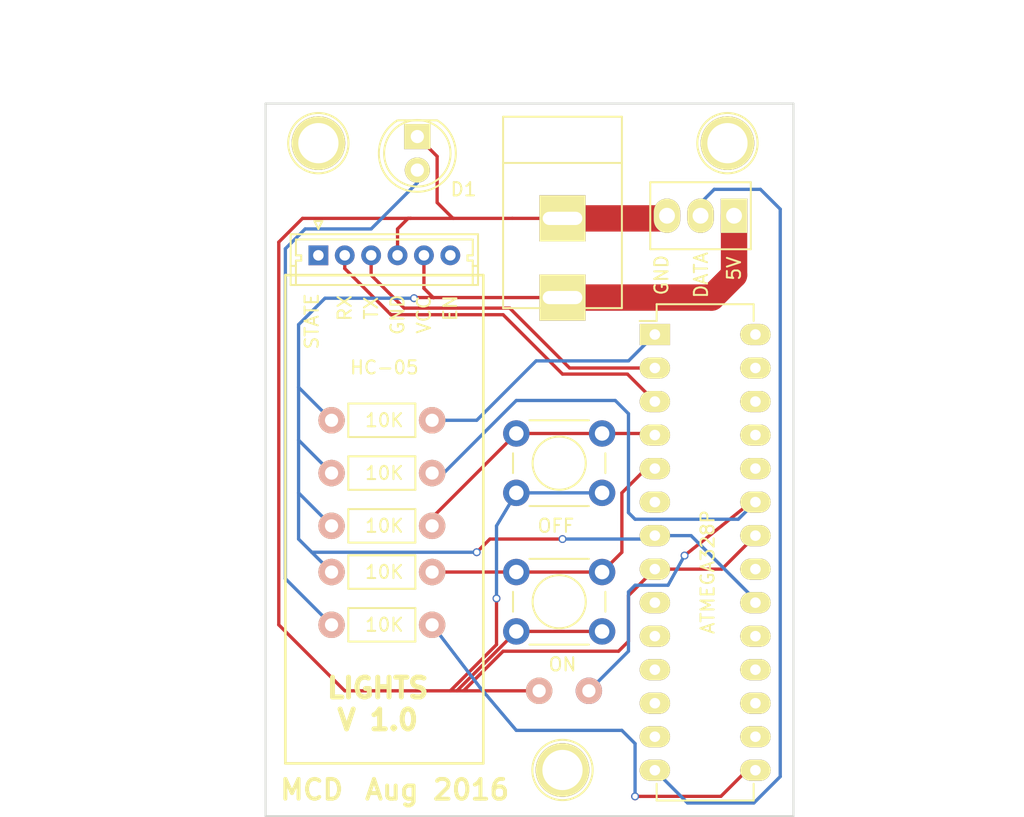
<source format=kicad_pcb>
(kicad_pcb (version 4) (host pcbnew 4.0.2-stable)

  (general
    (links 32)
    (no_connects 0)
    (area 150.424999 37.924999 190.575001 92.075001)
    (thickness 1.6)
    (drawings 20)
    (tracks 135)
    (zones 0)
    (modules 16)
    (nets 30)
  )

  (page A4)
  (layers
    (0 F.Cu signal)
    (31 B.Cu signal)
    (32 B.Adhes user)
    (33 F.Adhes user)
    (34 B.Paste user)
    (35 F.Paste user)
    (36 B.SilkS user)
    (37 F.SilkS user)
    (38 B.Mask user)
    (39 F.Mask user)
    (40 Dwgs.User user)
    (41 Cmts.User user)
    (42 Eco1.User user)
    (43 Eco2.User user)
    (44 Edge.Cuts user)
    (45 Margin user)
    (46 B.CrtYd user)
    (47 F.CrtYd user)
    (48 B.Fab user)
    (49 F.Fab user)
  )

  (setup
    (last_trace_width 0.25)
    (user_trace_width 2)
    (trace_clearance 0.2)
    (zone_clearance 0.508)
    (zone_45_only no)
    (trace_min 0.2)
    (segment_width 0.2)
    (edge_width 0.15)
    (via_size 0.6)
    (via_drill 0.4)
    (via_min_size 0.4)
    (via_min_drill 0.3)
    (uvia_size 0.3)
    (uvia_drill 0.1)
    (uvias_allowed no)
    (uvia_min_size 0.2)
    (uvia_min_drill 0.1)
    (pcb_text_width 0.3)
    (pcb_text_size 1.5 1.5)
    (mod_edge_width 0.15)
    (mod_text_size 1 1)
    (mod_text_width 0.15)
    (pad_size 4.064 4.064)
    (pad_drill 3.048)
    (pad_to_mask_clearance 0.2)
    (aux_axis_origin 0 0)
    (visible_elements 7FFFFFFF)
    (pcbplotparams
      (layerselection 0x00030_80000001)
      (usegerberextensions false)
      (excludeedgelayer true)
      (linewidth 0.100000)
      (plotframeref false)
      (viasonmask false)
      (mode 1)
      (useauxorigin false)
      (hpglpennumber 1)
      (hpglpenspeed 20)
      (hpglpendiameter 15)
      (hpglpenoverlay 2)
      (psnegative false)
      (psa4output false)
      (plotreference true)
      (plotvalue true)
      (plotinvisibletext false)
      (padsonsilk false)
      (subtractmaskfromsilk false)
      (outputformat 1)
      (mirror false)
      (drillshape 1)
      (scaleselection 1)
      (outputdirectory ""))
  )

  (net 0 "")
  (net 1 +5V)
  (net 2 GND)
  (net 3 "Net-(D1-Pad2)")
  (net 4 "Net-(IC1-Pad1)")
  (net 5 "Net-(IC1-Pad2)")
  (net 6 "Net-(IC1-Pad3)")
  (net 7 "Net-(IC1-Pad4)")
  (net 8 "Net-(IC1-Pad5)")
  (net 9 "Net-(IC1-Pad6)")
  (net 10 "Net-(IC1-Pad9)")
  (net 11 "Net-(IC1-Pad10)")
  (net 12 "Net-(IC1-Pad11)")
  (net 13 "Net-(IC1-Pad12)")
  (net 14 "Net-(IC1-Pad13)")
  (net 15 "Net-(IC1-Pad14)")
  (net 16 "Net-(IC1-Pad15)")
  (net 17 "Net-(IC1-Pad16)")
  (net 18 "Net-(IC1-Pad17)")
  (net 19 "Net-(IC1-Pad18)")
  (net 20 "Net-(IC1-Pad19)")
  (net 21 "Net-(IC1-Pad21)")
  (net 22 "Net-(IC1-Pad23)")
  (net 23 "Net-(IC1-Pad24)")
  (net 24 "Net-(IC1-Pad25)")
  (net 25 "Net-(IC1-Pad26)")
  (net 26 "Net-(IC1-Pad27)")
  (net 27 "Net-(IC1-Pad28)")
  (net 28 "Net-(P1-Pad1)")
  (net 29 "Net-(P1-Pad6)")

  (net_class Default "This is the default net class."
    (clearance 0.2)
    (trace_width 0.25)
    (via_dia 0.6)
    (via_drill 0.4)
    (uvia_dia 0.3)
    (uvia_drill 0.1)
    (add_net +5V)
    (add_net GND)
    (add_net "Net-(D1-Pad2)")
    (add_net "Net-(IC1-Pad1)")
    (add_net "Net-(IC1-Pad10)")
    (add_net "Net-(IC1-Pad11)")
    (add_net "Net-(IC1-Pad12)")
    (add_net "Net-(IC1-Pad13)")
    (add_net "Net-(IC1-Pad14)")
    (add_net "Net-(IC1-Pad15)")
    (add_net "Net-(IC1-Pad16)")
    (add_net "Net-(IC1-Pad17)")
    (add_net "Net-(IC1-Pad18)")
    (add_net "Net-(IC1-Pad19)")
    (add_net "Net-(IC1-Pad2)")
    (add_net "Net-(IC1-Pad21)")
    (add_net "Net-(IC1-Pad23)")
    (add_net "Net-(IC1-Pad24)")
    (add_net "Net-(IC1-Pad25)")
    (add_net "Net-(IC1-Pad26)")
    (add_net "Net-(IC1-Pad27)")
    (add_net "Net-(IC1-Pad28)")
    (add_net "Net-(IC1-Pad3)")
    (add_net "Net-(IC1-Pad4)")
    (add_net "Net-(IC1-Pad5)")
    (add_net "Net-(IC1-Pad6)")
    (add_net "Net-(IC1-Pad9)")
    (add_net "Net-(P1-Pad1)")
    (add_net "Net-(P1-Pad6)")
  )

  (module Connect:BARREL_JACK (layer F.Cu) (tedit 57C0A5A0) (tstamp 57BF7F28)
    (at 173 46.5 270)
    (descr "DC Barrel Jack")
    (tags "Power Jack")
    (path /57BFA465)
    (fp_text reference "" (at -6 0 360) (layer F.SilkS)
      (effects (font (size 1 1) (thickness 0.15)))
    )
    (fp_text value BARREL_JACK (at -12.5 0 360) (layer F.Fab)
      (effects (font (size 1 1) (thickness 0.15)))
    )
    (fp_line (start -4.0005 -4.50088) (end -4.0005 4.50088) (layer F.SilkS) (width 0.15))
    (fp_line (start -7.50062 -4.50088) (end -7.50062 4.50088) (layer F.SilkS) (width 0.15))
    (fp_line (start -7.50062 4.50088) (end 7.00024 4.50088) (layer F.SilkS) (width 0.15))
    (fp_line (start 7.00024 4.50088) (end 7.00024 -4.50088) (layer F.SilkS) (width 0.15))
    (fp_line (start 7.00024 -4.50088) (end -7.50062 -4.50088) (layer F.SilkS) (width 0.15))
    (pad 1 thru_hole rect (at 6.20014 0 270) (size 3.50012 3.50012) (drill oval 1.00076 2.99974) (layers *.Cu *.Mask F.SilkS)
      (net 1 +5V))
    (pad 2 thru_hole rect (at 0.20066 0 270) (size 3.50012 3.50012) (drill oval 1.00076 2.99974) (layers *.Cu *.Mask F.SilkS)
      (net 2 GND))
  )

  (module Buttons_Switches_ThroughHole:SW_PUSH_6mm (layer F.Cu) (tedit 57C0EDB1) (tstamp 57BF7F93)
    (at 169.5 73.5)
    (descr https://www.omron.com/ecb/products/pdf/en-b3f.pdf)
    (tags "tact sw push 6mm")
    (path /57BE3C2D)
    (fp_text reference ON (at 3.5 7) (layer F.SilkS)
      (effects (font (size 1 1) (thickness 0.15)))
    )
    (fp_text value Switch_Right (at 31 13.75) (layer F.Fab)
      (effects (font (size 1 1) (thickness 0.15)))
    )
    (fp_line (start 3.25 -0.75) (end 6.25 -0.75) (layer F.Fab) (width 0.15))
    (fp_line (start 6.25 -0.75) (end 6.25 5.25) (layer F.Fab) (width 0.15))
    (fp_line (start 6.25 5.25) (end 0.25 5.25) (layer F.Fab) (width 0.15))
    (fp_line (start 0.25 5.25) (end 0.25 -0.75) (layer F.Fab) (width 0.15))
    (fp_line (start 0.25 -0.75) (end 3.25 -0.75) (layer F.Fab) (width 0.15))
    (fp_line (start 7.75 6) (end 8 6) (layer F.CrtYd) (width 0.05))
    (fp_line (start 8 6) (end 8 5.75) (layer F.CrtYd) (width 0.05))
    (fp_line (start 7.75 -1.5) (end 8 -1.5) (layer F.CrtYd) (width 0.05))
    (fp_line (start 8 -1.5) (end 8 -1.25) (layer F.CrtYd) (width 0.05))
    (fp_line (start -1.5 -1.25) (end -1.5 -1.5) (layer F.CrtYd) (width 0.05))
    (fp_line (start -1.5 -1.5) (end -1.25 -1.5) (layer F.CrtYd) (width 0.05))
    (fp_line (start -1.5 5.75) (end -1.5 6) (layer F.CrtYd) (width 0.05))
    (fp_line (start -1.5 6) (end -1.25 6) (layer F.CrtYd) (width 0.05))
    (fp_circle (center 3.25 2.25) (end 1.25 2.5) (layer F.SilkS) (width 0.15))
    (fp_line (start -1.25 -1.5) (end 7.75 -1.5) (layer F.CrtYd) (width 0.05))
    (fp_line (start -1.5 5.75) (end -1.5 -1.25) (layer F.CrtYd) (width 0.05))
    (fp_line (start 7.75 6) (end -1.25 6) (layer F.CrtYd) (width 0.05))
    (fp_line (start 8 -1.25) (end 8 5.75) (layer F.CrtYd) (width 0.05))
    (fp_line (start 1 5.5) (end 5.5 5.5) (layer F.SilkS) (width 0.15))
    (fp_line (start -0.25 1.5) (end -0.25 3) (layer F.SilkS) (width 0.15))
    (fp_line (start 5.5 -1) (end 1 -1) (layer F.SilkS) (width 0.15))
    (fp_line (start 6.75 3) (end 6.75 1.5) (layer F.SilkS) (width 0.15))
    (pad 2 thru_hole circle (at 0 4.5 90) (size 2 2) (drill 1.1) (layers *.Cu *.Mask)
      (net 2 GND))
    (pad 1 thru_hole circle (at 0 0 90) (size 2 2) (drill 1.1) (layers *.Cu *.Mask)
      (net 8 "Net-(IC1-Pad5)"))
    (pad 2 thru_hole circle (at 6.5 4.5 90) (size 2 2) (drill 1.1) (layers *.Cu *.Mask)
      (net 2 GND))
    (pad 1 thru_hole circle (at 6.5 0 90) (size 2 2) (drill 1.1) (layers *.Cu *.Mask)
      (net 8 "Net-(IC1-Pad5)"))
  )

  (module Housings_DIP:DIP-28_W7.62mm_LongPads (layer F.Cu) (tedit 57C07F1B) (tstamp 57BF7F4E)
    (at 180 55.5)
    (descr "28-lead dip package, row spacing 7.62 mm (300 mils), longer pads")
    (tags "dil dip 2.54 300")
    (path /57BBC539)
    (fp_text reference ATMEGA328P (at 4 18 90) (layer F.SilkS)
      (effects (font (size 1 1) (thickness 0.15)))
    )
    (fp_text value ATMEGA328-P (at 21.5 13.5 180) (layer F.Fab)
      (effects (font (size 1 1) (thickness 0.15)))
    )
    (fp_line (start -1.4 -2.45) (end -1.4 35.5) (layer F.CrtYd) (width 0.05))
    (fp_line (start 9 -2.45) (end 9 35.5) (layer F.CrtYd) (width 0.05))
    (fp_line (start -1.4 -2.45) (end 9 -2.45) (layer F.CrtYd) (width 0.05))
    (fp_line (start -1.4 35.5) (end 9 35.5) (layer F.CrtYd) (width 0.05))
    (fp_line (start 0.135 -2.295) (end 0.135 -1.025) (layer F.SilkS) (width 0.15))
    (fp_line (start 7.485 -2.295) (end 7.485 -1.025) (layer F.SilkS) (width 0.15))
    (fp_line (start 7.485 35.315) (end 7.485 34.045) (layer F.SilkS) (width 0.15))
    (fp_line (start 0.135 35.315) (end 0.135 34.045) (layer F.SilkS) (width 0.15))
    (fp_line (start 0.135 -2.295) (end 7.485 -2.295) (layer F.SilkS) (width 0.15))
    (fp_line (start 0.135 35.315) (end 7.485 35.315) (layer F.SilkS) (width 0.15))
    (fp_line (start 0.135 -1.025) (end -1.15 -1.025) (layer F.SilkS) (width 0.15))
    (pad 1 thru_hole rect (at 0 0) (size 2.3 1.6) (drill 0.8) (layers *.Cu *.Mask F.SilkS)
      (net 4 "Net-(IC1-Pad1)"))
    (pad 2 thru_hole oval (at 0 2.54) (size 2.3 1.6) (drill 0.8) (layers *.Cu *.Mask F.SilkS)
      (net 5 "Net-(IC1-Pad2)"))
    (pad 3 thru_hole oval (at 0 5.08) (size 2.3 1.6) (drill 0.8) (layers *.Cu *.Mask F.SilkS)
      (net 6 "Net-(IC1-Pad3)"))
    (pad 4 thru_hole oval (at 0 7.62) (size 2.3 1.6) (drill 0.8) (layers *.Cu *.Mask F.SilkS)
      (net 7 "Net-(IC1-Pad4)"))
    (pad 5 thru_hole oval (at 0 10.16) (size 2.3 1.6) (drill 0.8) (layers *.Cu *.Mask F.SilkS)
      (net 8 "Net-(IC1-Pad5)"))
    (pad 6 thru_hole oval (at 0 12.7) (size 2.3 1.6) (drill 0.8) (layers *.Cu *.Mask F.SilkS)
      (net 9 "Net-(IC1-Pad6)"))
    (pad 7 thru_hole oval (at 0 15.24) (size 2.3 1.6) (drill 0.8) (layers *.Cu *.Mask F.SilkS)
      (net 1 +5V))
    (pad 8 thru_hole oval (at 0 17.78) (size 2.3 1.6) (drill 0.8) (layers *.Cu *.Mask F.SilkS)
      (net 2 GND))
    (pad 9 thru_hole oval (at 0 20.32) (size 2.3 1.6) (drill 0.8) (layers *.Cu *.Mask F.SilkS)
      (net 10 "Net-(IC1-Pad9)"))
    (pad 10 thru_hole oval (at 0 22.86) (size 2.3 1.6) (drill 0.8) (layers *.Cu *.Mask F.SilkS)
      (net 11 "Net-(IC1-Pad10)"))
    (pad 11 thru_hole oval (at 0 25.4) (size 2.3 1.6) (drill 0.8) (layers *.Cu *.Mask F.SilkS)
      (net 12 "Net-(IC1-Pad11)"))
    (pad 12 thru_hole oval (at 0 27.94) (size 2.3 1.6) (drill 0.8) (layers *.Cu *.Mask F.SilkS)
      (net 13 "Net-(IC1-Pad12)"))
    (pad 13 thru_hole oval (at 0 30.48) (size 2.3 1.6) (drill 0.8) (layers *.Cu *.Mask F.SilkS)
      (net 14 "Net-(IC1-Pad13)"))
    (pad 14 thru_hole oval (at 0 33.02) (size 2.3 1.6) (drill 0.8) (layers *.Cu *.Mask F.SilkS)
      (net 15 "Net-(IC1-Pad14)"))
    (pad 15 thru_hole oval (at 7.62 33.02) (size 2.3 1.6) (drill 0.8) (layers *.Cu *.Mask F.SilkS)
      (net 16 "Net-(IC1-Pad15)"))
    (pad 16 thru_hole oval (at 7.62 30.48) (size 2.3 1.6) (drill 0.8) (layers *.Cu *.Mask F.SilkS)
      (net 17 "Net-(IC1-Pad16)"))
    (pad 17 thru_hole oval (at 7.62 27.94) (size 2.3 1.6) (drill 0.8) (layers *.Cu *.Mask F.SilkS)
      (net 18 "Net-(IC1-Pad17)"))
    (pad 18 thru_hole oval (at 7.62 25.4) (size 2.3 1.6) (drill 0.8) (layers *.Cu *.Mask F.SilkS)
      (net 19 "Net-(IC1-Pad18)"))
    (pad 19 thru_hole oval (at 7.62 22.86) (size 2.3 1.6) (drill 0.8) (layers *.Cu *.Mask F.SilkS)
      (net 20 "Net-(IC1-Pad19)"))
    (pad 20 thru_hole oval (at 7.62 20.32) (size 2.3 1.6) (drill 0.8) (layers *.Cu *.Mask F.SilkS)
      (net 1 +5V))
    (pad 21 thru_hole oval (at 7.62 17.78) (size 2.3 1.6) (drill 0.8) (layers *.Cu *.Mask F.SilkS)
      (net 21 "Net-(IC1-Pad21)"))
    (pad 22 thru_hole oval (at 7.62 15.24) (size 2.3 1.6) (drill 0.8) (layers *.Cu *.Mask F.SilkS)
      (net 2 GND))
    (pad 23 thru_hole oval (at 7.62 12.7) (size 2.3 1.6) (drill 0.8) (layers *.Cu *.Mask F.SilkS)
      (net 22 "Net-(IC1-Pad23)"))
    (pad 24 thru_hole oval (at 7.62 10.16) (size 2.3 1.6) (drill 0.8) (layers *.Cu *.Mask F.SilkS)
      (net 23 "Net-(IC1-Pad24)"))
    (pad 25 thru_hole oval (at 7.62 7.62) (size 2.3 1.6) (drill 0.8) (layers *.Cu *.Mask F.SilkS)
      (net 24 "Net-(IC1-Pad25)"))
    (pad 26 thru_hole oval (at 7.62 5.08) (size 2.3 1.6) (drill 0.8) (layers *.Cu *.Mask F.SilkS)
      (net 25 "Net-(IC1-Pad26)"))
    (pad 27 thru_hole oval (at 7.62 2.54) (size 2.3 1.6) (drill 0.8) (layers *.Cu *.Mask F.SilkS)
      (net 26 "Net-(IC1-Pad27)"))
    (pad 28 thru_hole oval (at 7.62 0) (size 2.3 1.6) (drill 0.8) (layers *.Cu *.Mask F.SilkS)
      (net 27 "Net-(IC1-Pad28)"))
    (model Housings_DIP.3dshapes/DIP-28_W7.62mm_LongPads.wrl
      (at (xyz 0 0 0))
      (scale (xyz 1 1 1))
      (rotate (xyz 0 0 0))
    )
  )

  (module Connectors_Molex:Molex_MicroLatch-53253-0670_06x2.00mm_Straight (layer F.Cu) (tedit 57C0EDA5) (tstamp 57BF7F58)
    (at 154.5 49.5)
    (descr "Molex Micro-Latch connector, PN:53253-0670, top entry type, through hole")
    (tags "conn molex micro latch")
    (path /57BCBB7E)
    (fp_text reference HC-05 (at 5 8.5) (layer F.SilkS)
      (effects (font (size 1 1) (thickness 0.15)))
    )
    (fp_text value HC-05_Female_Headers (at 4.25 -14.75) (layer F.Fab)
      (effects (font (size 1 1) (thickness 0.15)))
    )
    (fp_line (start -2.6 -2.1) (end -2.6 2.75) (layer F.CrtYd) (width 0.05))
    (fp_line (start -2.6 2.75) (end 12.55 2.75) (layer F.CrtYd) (width 0.05))
    (fp_line (start 12.55 2.75) (end 12.55 -2.1) (layer F.CrtYd) (width 0.05))
    (fp_line (start 12.55 -2.1) (end -2.6 -2.1) (layer F.CrtYd) (width 0.05))
    (fp_line (start -2.1 -1.6) (end -2.1 2.25) (layer F.SilkS) (width 0.15))
    (fp_line (start -2.1 2.25) (end 12.1 2.25) (layer F.SilkS) (width 0.15))
    (fp_line (start 12.1 2.25) (end 12.1 -1.6) (layer F.SilkS) (width 0.15))
    (fp_line (start 12.1 -1.6) (end -2.1 -1.6) (layer F.SilkS) (width 0.15))
    (fp_line (start 0 -2) (end -0.3 -2.6) (layer F.SilkS) (width 0.15))
    (fp_line (start -0.3 -2.6) (end 0.3 -2.6) (layer F.SilkS) (width 0.15))
    (fp_line (start 0.3 -2.6) (end 0 -2) (layer F.SilkS) (width 0.15))
    (fp_line (start -2.1 0.8) (end -1.7 0.8) (layer F.SilkS) (width 0.15))
    (fp_line (start 12.1 0.8) (end 11.7 0.8) (layer F.SilkS) (width 0.15))
    (fp_line (start 5 -1.2) (end -1.7 -1.2) (layer F.SilkS) (width 0.15))
    (fp_line (start -1.7 -1.2) (end -1.7 0) (layer F.SilkS) (width 0.15))
    (fp_line (start -1.7 0) (end -1.3 0) (layer F.SilkS) (width 0.15))
    (fp_line (start -1.3 0) (end -1.3 0.4) (layer F.SilkS) (width 0.15))
    (fp_line (start -1.3 0.4) (end -1.7 0.4) (layer F.SilkS) (width 0.15))
    (fp_line (start -1.7 0.4) (end -1.7 2.25) (layer F.SilkS) (width 0.15))
    (fp_line (start 5 -1.2) (end 11.7 -1.2) (layer F.SilkS) (width 0.15))
    (fp_line (start 11.7 -1.2) (end 11.7 0) (layer F.SilkS) (width 0.15))
    (fp_line (start 11.7 0) (end 11.3 0) (layer F.SilkS) (width 0.15))
    (fp_line (start 11.3 0) (end 11.3 0.4) (layer F.SilkS) (width 0.15))
    (fp_line (start 11.3 0.4) (end 11.7 0.4) (layer F.SilkS) (width 0.15))
    (fp_line (start 11.7 0.4) (end 11.7 2.25) (layer F.SilkS) (width 0.15))
    (pad 1 thru_hole rect (at 0 0) (size 1.5 1.5) (drill 0.8) (layers *.Cu *.Mask)
      (net 28 "Net-(P1-Pad1)"))
    (pad 2 thru_hole circle (at 2 0) (size 1.5 1.5) (drill 0.8) (layers *.Cu *.Mask)
      (net 6 "Net-(IC1-Pad3)"))
    (pad 3 thru_hole circle (at 4 0) (size 1.5 1.5) (drill 0.8) (layers *.Cu *.Mask)
      (net 5 "Net-(IC1-Pad2)"))
    (pad 4 thru_hole circle (at 6 0) (size 1.5 1.5) (drill 0.8) (layers *.Cu *.Mask)
      (net 2 GND))
    (pad 5 thru_hole circle (at 8 0) (size 1.5 1.5) (drill 0.8) (layers *.Cu *.Mask)
      (net 1 +5V))
    (pad 6 thru_hole circle (at 10 0) (size 1.5 1.5) (drill 0.8) (layers *.Cu *.Mask)
      (net 29 "Net-(P1-Pad6)"))
    (model Connectors_Molex.3dshapes/Molex_MicroLatch-53253-0670_06x2.00mm_Straight.wrl
      (at (xyz 0 0 0))
      (scale (xyz 1 1 1))
      (rotate (xyz 0 0 0))
    )
  )

  (module LEDs:LED-5MM (layer F.Cu) (tedit 57C0A10A) (tstamp 57BF7F2E)
    (at 162 40.5 270)
    (descr "LED 5mm round vertical")
    (tags "LED 5mm round vertical")
    (path /57BF8896)
    (fp_text reference D1 (at 4 -3.5 360) (layer F.SilkS)
      (effects (font (size 1 1) (thickness 0.15)))
    )
    (fp_text value LED (at -9.5 0 360) (layer F.Fab)
      (effects (font (size 1 1) (thickness 0.15)))
    )
    (fp_line (start -1.5 -1.55) (end -1.5 1.55) (layer F.CrtYd) (width 0.05))
    (fp_arc (start 1.3 0) (end -1.5 1.55) (angle -302) (layer F.CrtYd) (width 0.05))
    (fp_arc (start 1.27 0) (end -1.23 -1.5) (angle 297.5) (layer F.SilkS) (width 0.15))
    (fp_line (start -1.23 1.5) (end -1.23 -1.5) (layer F.SilkS) (width 0.15))
    (fp_circle (center 1.27 0) (end 0.97 -2.5) (layer F.SilkS) (width 0.15))
    (fp_text user "" (at -1.905 1.905 270) (layer F.SilkS)
      (effects (font (size 1 1) (thickness 0.15)))
    )
    (pad 1 thru_hole rect (at 0 0) (size 2 1.9) (drill 1.00076) (layers *.Cu *.Mask F.SilkS)
      (net 2 GND))
    (pad 2 thru_hole circle (at 2.54 0 270) (size 1.9 1.9) (drill 1.00076) (layers *.Cu *.Mask F.SilkS)
      (net 3 "Net-(D1-Pad2)"))
    (model LEDs.3dshapes/LED-5MM.wrl
      (at (xyz 0.05 0 0))
      (scale (xyz 1 1 1))
      (rotate (xyz 0 0 90))
    )
  )

  (module Resistors_ThroughHole:Resistor_Horizontal_RM7mm (layer F.Cu) (tedit 57BFA7B6) (tstamp 57BF7F65)
    (at 155.5 66)
    (descr "Resistor, Axial,  RM 7.62mm, 1/3W,")
    (tags "Resistor Axial RM 7.62mm 1/3W R3")
    (path /57BBC656)
    (fp_text reference 10K (at 4 0) (layer F.SilkS)
      (effects (font (size 1 1) (thickness 0.15)))
    )
    (fp_text value 10k (at -11 -0.5) (layer F.Fab)
      (effects (font (size 1 1) (thickness 0.15)))
    )
    (fp_line (start -1.25 -1.5) (end 8.85 -1.5) (layer F.CrtYd) (width 0.05))
    (fp_line (start -1.25 1.5) (end -1.25 -1.5) (layer F.CrtYd) (width 0.05))
    (fp_line (start 8.85 -1.5) (end 8.85 1.5) (layer F.CrtYd) (width 0.05))
    (fp_line (start -1.25 1.5) (end 8.85 1.5) (layer F.CrtYd) (width 0.05))
    (fp_line (start 1.27 -1.27) (end 6.35 -1.27) (layer F.SilkS) (width 0.15))
    (fp_line (start 6.35 -1.27) (end 6.35 1.27) (layer F.SilkS) (width 0.15))
    (fp_line (start 6.35 1.27) (end 1.27 1.27) (layer F.SilkS) (width 0.15))
    (fp_line (start 1.27 1.27) (end 1.27 -1.27) (layer F.SilkS) (width 0.15))
    (pad 1 thru_hole circle (at 0 0) (size 1.99898 1.99898) (drill 1.00076) (layers *.Cu *.SilkS *.Mask)
      (net 1 +5V))
    (pad 2 thru_hole circle (at 7.62 0) (size 1.99898 1.99898) (drill 1.00076) (layers *.Cu *.SilkS *.Mask)
      (net 22 "Net-(IC1-Pad23)"))
  )

  (module Resistors_ThroughHole:Resistor_Horizontal_RM7mm (layer F.Cu) (tedit 57BFA7B4) (tstamp 57BF7F71)
    (at 155.5 62)
    (descr "Resistor, Axial,  RM 7.62mm, 1/3W,")
    (tags "Resistor Axial RM 7.62mm 1/3W R3")
    (path /57BBD0AC)
    (fp_text reference 10K (at 4 0) (layer F.SilkS)
      (effects (font (size 1 1) (thickness 0.15)))
    )
    (fp_text value 10k (at -11 -0.5) (layer F.Fab)
      (effects (font (size 1 1) (thickness 0.15)))
    )
    (fp_line (start -1.25 -1.5) (end 8.85 -1.5) (layer F.CrtYd) (width 0.05))
    (fp_line (start -1.25 1.5) (end -1.25 -1.5) (layer F.CrtYd) (width 0.05))
    (fp_line (start 8.85 -1.5) (end 8.85 1.5) (layer F.CrtYd) (width 0.05))
    (fp_line (start -1.25 1.5) (end 8.85 1.5) (layer F.CrtYd) (width 0.05))
    (fp_line (start 1.27 -1.27) (end 6.35 -1.27) (layer F.SilkS) (width 0.15))
    (fp_line (start 6.35 -1.27) (end 6.35 1.27) (layer F.SilkS) (width 0.15))
    (fp_line (start 6.35 1.27) (end 1.27 1.27) (layer F.SilkS) (width 0.15))
    (fp_line (start 1.27 1.27) (end 1.27 -1.27) (layer F.SilkS) (width 0.15))
    (pad 1 thru_hole circle (at 0 0) (size 1.99898 1.99898) (drill 1.00076) (layers *.Cu *.SilkS *.Mask)
      (net 1 +5V))
    (pad 2 thru_hole circle (at 7.62 0) (size 1.99898 1.99898) (drill 1.00076) (layers *.Cu *.SilkS *.Mask)
      (net 4 "Net-(IC1-Pad1)"))
  )

  (module Resistors_ThroughHole:Resistor_Horizontal_RM7mm (layer F.Cu) (tedit 57BFA7B8) (tstamp 57BF7F77)
    (at 155.5 70)
    (descr "Resistor, Axial,  RM 7.62mm, 1/3W,")
    (tags "Resistor Axial RM 7.62mm 1/3W R3")
    (path /57BE3D5E)
    (fp_text reference 10K (at 4 0) (layer F.SilkS)
      (effects (font (size 1 1) (thickness 0.15)))
    )
    (fp_text value 10k (at -11 -0.5) (layer F.Fab)
      (effects (font (size 1 1) (thickness 0.15)))
    )
    (fp_line (start -1.25 -1.5) (end 8.85 -1.5) (layer F.CrtYd) (width 0.05))
    (fp_line (start -1.25 1.5) (end -1.25 -1.5) (layer F.CrtYd) (width 0.05))
    (fp_line (start 8.85 -1.5) (end 8.85 1.5) (layer F.CrtYd) (width 0.05))
    (fp_line (start -1.25 1.5) (end 8.85 1.5) (layer F.CrtYd) (width 0.05))
    (fp_line (start 1.27 -1.27) (end 6.35 -1.27) (layer F.SilkS) (width 0.15))
    (fp_line (start 6.35 -1.27) (end 6.35 1.27) (layer F.SilkS) (width 0.15))
    (fp_line (start 6.35 1.27) (end 1.27 1.27) (layer F.SilkS) (width 0.15))
    (fp_line (start 1.27 1.27) (end 1.27 -1.27) (layer F.SilkS) (width 0.15))
    (pad 1 thru_hole circle (at 0 0) (size 1.99898 1.99898) (drill 1.00076) (layers *.Cu *.SilkS *.Mask)
      (net 1 +5V))
    (pad 2 thru_hole circle (at 7.62 0) (size 1.99898 1.99898) (drill 1.00076) (layers *.Cu *.SilkS *.Mask)
      (net 7 "Net-(IC1-Pad4)"))
  )

  (module Resistors_ThroughHole:Resistor_Horizontal_RM7mm (layer F.Cu) (tedit 57BFA7BC) (tstamp 57BF7F7D)
    (at 155.5 73.5)
    (descr "Resistor, Axial,  RM 7.62mm, 1/3W,")
    (tags "Resistor Axial RM 7.62mm 1/3W R3")
    (path /57BE3DB5)
    (fp_text reference 10K (at 4 0) (layer F.SilkS)
      (effects (font (size 1 1) (thickness 0.15)))
    )
    (fp_text value 10k (at -11 -0.5) (layer F.Fab)
      (effects (font (size 1 1) (thickness 0.15)))
    )
    (fp_line (start -1.25 -1.5) (end 8.85 -1.5) (layer F.CrtYd) (width 0.05))
    (fp_line (start -1.25 1.5) (end -1.25 -1.5) (layer F.CrtYd) (width 0.05))
    (fp_line (start 8.85 -1.5) (end 8.85 1.5) (layer F.CrtYd) (width 0.05))
    (fp_line (start -1.25 1.5) (end 8.85 1.5) (layer F.CrtYd) (width 0.05))
    (fp_line (start 1.27 -1.27) (end 6.35 -1.27) (layer F.SilkS) (width 0.15))
    (fp_line (start 6.35 -1.27) (end 6.35 1.27) (layer F.SilkS) (width 0.15))
    (fp_line (start 6.35 1.27) (end 1.27 1.27) (layer F.SilkS) (width 0.15))
    (fp_line (start 1.27 1.27) (end 1.27 -1.27) (layer F.SilkS) (width 0.15))
    (pad 1 thru_hole circle (at 0 0) (size 1.99898 1.99898) (drill 1.00076) (layers *.Cu *.SilkS *.Mask)
      (net 1 +5V))
    (pad 2 thru_hole circle (at 7.62 0) (size 1.99898 1.99898) (drill 1.00076) (layers *.Cu *.SilkS *.Mask)
      (net 8 "Net-(IC1-Pad5)"))
  )

  (module Resistors_ThroughHole:Resistor_Horizontal_RM7mm (layer F.Cu) (tedit 57C0E7D8) (tstamp 57BF7F83)
    (at 155.5 77.5)
    (descr "Resistor, Axial,  RM 7.62mm, 1/3W,")
    (tags "Resistor Axial RM 7.62mm 1/3W R3")
    (path /57BF8997)
    (fp_text reference 10K (at 4 0) (layer F.SilkS)
      (effects (font (size 1 1) (thickness 0.15)))
    )
    (fp_text value 10k (at -11 0.5) (layer F.Fab)
      (effects (font (size 1 1) (thickness 0.15)))
    )
    (fp_line (start -1.25 -1.5) (end 8.85 -1.5) (layer F.CrtYd) (width 0.05))
    (fp_line (start -1.25 1.5) (end -1.25 -1.5) (layer F.CrtYd) (width 0.05))
    (fp_line (start 8.85 -1.5) (end 8.85 1.5) (layer F.CrtYd) (width 0.05))
    (fp_line (start -1.25 1.5) (end 8.85 1.5) (layer F.CrtYd) (width 0.05))
    (fp_line (start 1.27 -1.27) (end 6.35 -1.27) (layer F.SilkS) (width 0.15))
    (fp_line (start 6.35 -1.27) (end 6.35 1.27) (layer F.SilkS) (width 0.15))
    (fp_line (start 6.35 1.27) (end 1.27 1.27) (layer F.SilkS) (width 0.15))
    (fp_line (start 1.27 1.27) (end 1.27 -1.27) (layer F.SilkS) (width 0.15))
    (pad 1 thru_hole circle (at 0 0) (size 1.99898 1.99898) (drill 1.00076) (layers *.Cu *.SilkS *.Mask)
      (net 3 "Net-(D1-Pad2)"))
    (pad 2 thru_hole circle (at 7.62 0) (size 1.99898 1.99898) (drill 1.00076) (layers *.Cu *.SilkS *.Mask)
      (net 16 "Net-(IC1-Pad15)"))
  )

  (module Buttons_Switches_ThroughHole:SW_PUSH_6mm (layer F.Cu) (tedit 57C0EDAF) (tstamp 57BF7F8B)
    (at 169.5 63)
    (descr https://www.omron.com/ecb/products/pdf/en-b3f.pdf)
    (tags "tact sw push 6mm")
    (path /57BE3B8F)
    (fp_text reference OFF (at 3 7) (layer F.SilkS)
      (effects (font (size 1 1) (thickness 0.15)))
    )
    (fp_text value Switch_Left (at 30.75 20.25 180) (layer F.Fab)
      (effects (font (size 1 1) (thickness 0.15)))
    )
    (fp_line (start 3.25 -0.75) (end 6.25 -0.75) (layer F.Fab) (width 0.15))
    (fp_line (start 6.25 -0.75) (end 6.25 5.25) (layer F.Fab) (width 0.15))
    (fp_line (start 6.25 5.25) (end 0.25 5.25) (layer F.Fab) (width 0.15))
    (fp_line (start 0.25 5.25) (end 0.25 -0.75) (layer F.Fab) (width 0.15))
    (fp_line (start 0.25 -0.75) (end 3.25 -0.75) (layer F.Fab) (width 0.15))
    (fp_line (start 7.75 6) (end 8 6) (layer F.CrtYd) (width 0.05))
    (fp_line (start 8 6) (end 8 5.75) (layer F.CrtYd) (width 0.05))
    (fp_line (start 7.75 -1.5) (end 8 -1.5) (layer F.CrtYd) (width 0.05))
    (fp_line (start 8 -1.5) (end 8 -1.25) (layer F.CrtYd) (width 0.05))
    (fp_line (start -1.5 -1.25) (end -1.5 -1.5) (layer F.CrtYd) (width 0.05))
    (fp_line (start -1.5 -1.5) (end -1.25 -1.5) (layer F.CrtYd) (width 0.05))
    (fp_line (start -1.5 5.75) (end -1.5 6) (layer F.CrtYd) (width 0.05))
    (fp_line (start -1.5 6) (end -1.25 6) (layer F.CrtYd) (width 0.05))
    (fp_circle (center 3.25 2.25) (end 1.25 2.5) (layer F.SilkS) (width 0.15))
    (fp_line (start -1.25 -1.5) (end 7.75 -1.5) (layer F.CrtYd) (width 0.05))
    (fp_line (start -1.5 5.75) (end -1.5 -1.25) (layer F.CrtYd) (width 0.05))
    (fp_line (start 7.75 6) (end -1.25 6) (layer F.CrtYd) (width 0.05))
    (fp_line (start 8 -1.25) (end 8 5.75) (layer F.CrtYd) (width 0.05))
    (fp_line (start 1 5.5) (end 5.5 5.5) (layer F.SilkS) (width 0.15))
    (fp_line (start -0.25 1.5) (end -0.25 3) (layer F.SilkS) (width 0.15))
    (fp_line (start 5.5 -1) (end 1 -1) (layer F.SilkS) (width 0.15))
    (fp_line (start 6.75 3) (end 6.75 1.5) (layer F.SilkS) (width 0.15))
    (pad 2 thru_hole circle (at 0 4.5 90) (size 2 2) (drill 1.1) (layers *.Cu *.Mask)
      (net 2 GND))
    (pad 1 thru_hole circle (at 0 0 90) (size 2 2) (drill 1.1) (layers *.Cu *.Mask)
      (net 7 "Net-(IC1-Pad4)"))
    (pad 2 thru_hole circle (at 6.5 4.5 90) (size 2 2) (drill 1.1) (layers *.Cu *.Mask)
      (net 2 GND))
    (pad 1 thru_hole circle (at 6.5 0 90) (size 2 2) (drill 1.1) (layers *.Cu *.Mask)
      (net 7 "Net-(IC1-Pad4)"))
  )

  (module Sensor:Resistor_Vertical_RM5mm (layer F.Cu) (tedit 57C0827E) (tstamp 57BF7F6B)
    (at 172.5 82.5 180)
    (descr "Resistor, Vertical, RM 5mm, 1/3W,")
    (tags "Resistor, Vertical, RM 5mm, 1/3W,")
    (path /57BBC6D5)
    (fp_text reference "" (at 6.35 -8.89 180) (layer F.SilkS)
      (effects (font (size 1 1) (thickness 0.15)))
    )
    (fp_text value R (at 41.5 0.5 180) (layer F.Fab)
      (effects (font (size 1 1) (thickness 0.15)))
    )
    (pad 1 thru_hole circle (at -2.49936 0 180) (size 1.99898 1.99898) (drill 1.00076) (layers *.Cu *.Mask B.SilkS)
      (net 22 "Net-(IC1-Pad23)"))
    (pad 2 thru_hole circle (at 1.27 0 180) (size 1.99898 1.99898) (drill 1.00076) (layers *.Cu *.SilkS *.Mask)
      (net 2 GND))
  )

  (module Connect:1pin (layer F.Cu) (tedit 57C0EDA7) (tstamp 57C09D76)
    (at 154.5 41)
    (descr "module 1 pin (ou trou mecanique de percage)")
    (tags DEV)
    (fp_text reference "" (at 0 -3.048) (layer F.SilkS)
      (effects (font (size 1 1) (thickness 0.15)))
    )
    (fp_text value 1pin (at -8.5 -5.5) (layer F.Fab)
      (effects (font (size 1 1) (thickness 0.15)))
    )
    (fp_circle (center 0 0) (end 0 -2.286) (layer F.SilkS) (width 0.15))
    (pad 1 thru_hole circle (at 0 0) (size 4.064 4.064) (drill 3.048) (layers *.Cu *.Mask F.SilkS))
  )

  (module Connect:1pin (layer F.Cu) (tedit 57C0EDB4) (tstamp 57C0A4EC)
    (at 185.5 41)
    (descr "module 1 pin (ou trou mecanique de percage)")
    (tags DEV)
    (fp_text reference "" (at 0 -3.048) (layer F.SilkS)
      (effects (font (size 1 1) (thickness 0.15)))
    )
    (fp_text value 1pin (at 20.75 19.75) (layer F.Fab)
      (effects (font (size 1 1) (thickness 0.15)))
    )
    (fp_circle (center 0 0) (end 0 -2.286) (layer F.SilkS) (width 0.15))
    (pad 1 thru_hole circle (at 0 0) (size 4.064 4.064) (drill 3.048) (layers *.Cu *.Mask F.SilkS))
  )

  (module Connect:1pin (layer F.Cu) (tedit 57C0EDB7) (tstamp 57C0A4F9)
    (at 173 88.5)
    (descr "module 1 pin (ou trou mecanique de percage)")
    (tags DEV)
    (fp_text reference "" (at 0 -3.048) (layer F.SilkS)
      (effects (font (size 1 1) (thickness 0.15)))
    )
    (fp_text value 1pin (at 26.75 -13.75) (layer F.Fab)
      (effects (font (size 1 1) (thickness 0.15)))
    )
    (fp_circle (center 0 0) (end 0 -2.286) (layer F.SilkS) (width 0.15))
    (pad 1 thru_hole circle (at 0 0) (size 4.064 4.064) (drill 3.048) (layers *.Cu *.Mask F.SilkS))
  )

  (module header:Molex_KK-6410-03_03x2.54mm_Straight (layer F.Cu) (tedit 57C0EDA9) (tstamp 57BF7F5F)
    (at 186 46.5 180)
    (descr "Connector Headers with Friction Lock, 22-27-2031, http://www.molex.com/pdm_docs/sd/022272021_sd.pdf")
    (tags "connector molex kk_6410 22-27-2031")
    (path /57BBD1E2)
    (fp_text reference DATA (at 2.5 -4.5 270) (layer F.SilkS)
      (effects (font (size 1 1) (thickness 0.15)))
    )
    (fp_text value LED_STRIP_MALE_HEADERS (at -3 11.25 180) (layer F.Fab)
      (effects (font (size 1 1) (thickness 0.15)))
    )
    (fp_line (start -1.27 -2.54) (end 6.35 -2.54) (layer F.SilkS) (width 0.15))
    (fp_line (start 6.35 -2.54) (end 6.35 2.54) (layer F.SilkS) (width 0.15))
    (fp_line (start 6.35 2.54) (end -1.27 2.54) (layer F.SilkS) (width 0.15))
    (fp_line (start -1.27 2.54) (end -1.27 -2.54) (layer F.SilkS) (width 0.15))
    (fp_line (start -1.9 3.5) (end -1.9 -3.55) (layer F.CrtYd) (width 0.05))
    (fp_line (start -1.9 -3.55) (end 7 -3.55) (layer F.CrtYd) (width 0.05))
    (fp_line (start 7 -3.55) (end 7 3.5) (layer F.CrtYd) (width 0.05))
    (fp_line (start 7 3.5) (end -1.9 3.5) (layer F.CrtYd) (width 0.05))
    (pad 1 thru_hole rect (at 0 0 180) (size 2 2.6) (drill 1.2) (layers *.Cu *.Mask F.SilkS)
      (net 1 +5V))
    (pad 2 thru_hole oval (at 2.54 0 180) (size 2 2.6) (drill 1.2) (layers *.Cu *.Mask F.SilkS)
      (net 15 "Net-(IC1-Pad14)"))
    (pad 3 thru_hole oval (at 5.08 0 180) (size 2 2.6) (drill 1.2) (layers *.Cu *.Mask F.SilkS)
      (net 2 GND))
  )

  (gr_line (start 190.5 38) (end 189.5 38) (angle 90) (layer Edge.Cuts) (width 0.15))
  (gr_line (start 190.5 92) (end 190.5 38) (angle 90) (layer Edge.Cuts) (width 0.15))
  (gr_line (start 150.5 92) (end 190.5 92) (angle 90) (layer Edge.Cuts) (width 0.15))
  (gr_line (start 150.5 38) (end 150.5 92) (angle 90) (layer Edge.Cuts) (width 0.15))
  (gr_line (start 189.5 38) (end 150.5 38) (angle 90) (layer Edge.Cuts) (width 0.15))
  (gr_line (start 152 51) (end 167 51) (angle 90) (layer F.SilkS) (width 0.2))
  (gr_line (start 167 88) (end 167 51) (angle 90) (layer F.SilkS) (width 0.2))
  (gr_line (start 152 88) (end 167 88) (angle 90) (layer F.SilkS) (width 0.2))
  (gr_line (start 152 51) (end 152 88) (angle 90) (layer F.SilkS) (width 0.2))
  (gr_text "Aug 2016\n" (at 163.5 90) (layer F.SilkS)
    (effects (font (size 1.5 1.5) (thickness 0.3)))
  )
  (gr_text MCD (at 154 90) (layer F.SilkS)
    (effects (font (size 1.5 1.5) (thickness 0.3)))
  )
  (gr_text "LIGHTS\nV 1.0\n" (at 159 83.5) (layer F.SilkS)
    (effects (font (size 1.5 1.5) (thickness 0.375)))
  )
  (gr_text EN (at 164.5 53.5 90) (layer F.SilkS)
    (effects (font (size 1 1) (thickness 0.15)))
  )
  (gr_text VCC (at 162.5 54 90) (layer F.SilkS)
    (effects (font (size 1 1) (thickness 0.15)))
  )
  (gr_text GND (at 160.5 54 90) (layer F.SilkS)
    (effects (font (size 1 1) (thickness 0.15)))
  )
  (gr_text TX (at 158.5 53.5 90) (layer F.SilkS)
    (effects (font (size 1 1) (thickness 0.15)))
  )
  (gr_text RX (at 156.5 53.5 90) (layer F.SilkS)
    (effects (font (size 1 1) (thickness 0.15)))
  )
  (gr_text STATE (at 154 54.5 90) (layer F.SilkS)
    (effects (font (size 1 1) (thickness 0.15)))
  )
  (gr_text 5V (at 186 50.5 90) (layer F.SilkS)
    (effects (font (size 1 1) (thickness 0.15)))
  )
  (gr_text "GND\n" (at 180.5 51 90) (layer F.SilkS)
    (effects (font (size 1 1) (thickness 0.15)))
  )

  (segment (start 179.74 71) (end 180 70.74) (width 0.25) (layer B.Cu) (net 1) (tstamp 57C0EC5C))
  (segment (start 179.74 71) (end 173 71) (width 0.25) (layer B.Cu) (net 1))
  (segment (start 166.5 72) (end 154 72) (width 0.25) (layer B.Cu) (net 1))
  (via (at 173 71) (size 0.6) (drill 0.4) (layers F.Cu B.Cu) (net 1))
  (segment (start 167.5 71) (end 173 71) (width 0.25) (layer F.Cu) (net 1) (tstamp 57C0AC58))
  (segment (start 166.5 72) (end 167.5 71) (width 0.25) (layer F.Cu) (net 1) (tstamp 57C0AC57))
  (via (at 166.5 72) (size 0.6) (drill 0.4) (layers F.Cu B.Cu) (net 1))
  (segment (start 187.62 75.82) (end 187.62 75.62) (width 0.25) (layer B.Cu) (net 1))
  (segment (start 187.62 75.62) (end 182.74 70.74) (width 0.25) (layer B.Cu) (net 1) (tstamp 57C0EC54))
  (segment (start 182.74 70.74) (end 180 70.74) (width 0.25) (layer B.Cu) (net 1) (tstamp 57C0EC58))
  (segment (start 163.25 52.70014) (end 161.79986 52.70014) (width 0.25) (layer F.Cu) (net 1))
  (segment (start 153 54.75) (end 153 59.5) (width 0.25) (layer B.Cu) (net 1) (tstamp 57C0EBAE))
  (segment (start 155 52.75) (end 153 54.75) (width 0.25) (layer B.Cu) (net 1) (tstamp 57C0EBA8))
  (segment (start 161.75 52.75) (end 155 52.75) (width 0.25) (layer B.Cu) (net 1) (tstamp 57C0EBA7))
  (via (at 161.75 52.75) (size 0.6) (drill 0.4) (layers F.Cu B.Cu) (net 1))
  (segment (start 161.79986 52.70014) (end 161.75 52.75) (width 0.25) (layer F.Cu) (net 1) (tstamp 57C0EBA5))
  (segment (start 173 52.70014) (end 163.25 52.70014) (width 0.25) (layer F.Cu) (net 1))
  (segment (start 163.25 52.70014) (end 163.20014 52.70014) (width 0.25) (layer F.Cu) (net 1) (tstamp 57C0EBA3))
  (segment (start 162.5 52) (end 162.5 49.5) (width 0.25) (layer F.Cu) (net 1) (tstamp 57C0EB9F))
  (segment (start 163.20014 52.70014) (end 162.5 52) (width 0.25) (layer F.Cu) (net 1) (tstamp 57C0EB9E))
  (segment (start 153 67.5) (end 153 71) (width 0.25) (layer B.Cu) (net 1))
  (segment (start 153 71) (end 154 72) (width 0.25) (layer B.Cu) (net 1) (tstamp 57C0AB2F))
  (segment (start 154 72) (end 155.5 73.5) (width 0.25) (layer B.Cu) (net 1) (tstamp 57C0AC53))
  (segment (start 153 63.5) (end 153 67.5) (width 0.25) (layer B.Cu) (net 1))
  (segment (start 153 67.5) (end 155.5 70) (width 0.25) (layer B.Cu) (net 1) (tstamp 57C0AB2B))
  (segment (start 153 59.5) (end 153 63.5) (width 0.25) (layer B.Cu) (net 1))
  (segment (start 153 63.5) (end 155.5 66) (width 0.25) (layer B.Cu) (net 1) (tstamp 57C0AB27))
  (segment (start 153 59.5) (end 155.5 62) (width 0.25) (layer B.Cu) (net 1) (tstamp 57C0AB23))
  (segment (start 173 52.70014) (end 184.29986 52.70014) (width 2) (layer F.Cu) (net 1))
  (segment (start 186 51) (end 186 46.5) (width 2) (layer F.Cu) (net 1) (tstamp 57C0AAD4))
  (segment (start 184.29986 52.70014) (end 186 51) (width 2) (layer F.Cu) (net 1) (tstamp 57C0AAD3))
  (segment (start 178 75.28) (end 180 73.28) (width 0.25) (layer F.Cu) (net 2) (tstamp 57C0ED41))
  (segment (start 178 78.75) (end 178 75.28) (width 0.25) (layer F.Cu) (net 2) (tstamp 57C0ED3F))
  (segment (start 177.25 79.5) (end 178 78.75) (width 0.25) (layer F.Cu) (net 2) (tstamp 57C0ED3D))
  (segment (start 168.5 79.5) (end 177.25 79.5) (width 0.25) (layer F.Cu) (net 2) (tstamp 57C0ED36))
  (segment (start 165.5 82.5) (end 168.5 79.5) (width 0.25) (layer F.Cu) (net 2) (tstamp 57C0ED35))
  (segment (start 165.75 82.5) (end 165.5 82.5) (width 0.25) (layer F.Cu) (net 2))
  (segment (start 165.75 82.5) (end 171.23 82.5) (width 0.25) (layer F.Cu) (net 2) (tstamp 57C0ED33))
  (segment (start 164.75 46.70066) (end 164.70066 46.70066) (width 0.25) (layer F.Cu) (net 2))
  (segment (start 163.5 42) (end 162 40.5) (width 0.25) (layer F.Cu) (net 2) (tstamp 57C0EB57))
  (segment (start 163.5 45.5) (end 163.5 42) (width 0.25) (layer F.Cu) (net 2) (tstamp 57C0EB50))
  (segment (start 164.70066 46.70066) (end 163.5 45.5) (width 0.25) (layer F.Cu) (net 2) (tstamp 57C0EB4B))
  (segment (start 164.5 82.5) (end 165 82) (width 0.25) (layer F.Cu) (net 2))
  (segment (start 165 82) (end 168 79) (width 0.25) (layer F.Cu) (net 2) (tstamp 57C0AC49))
  (segment (start 168 79) (end 168 75.5) (width 0.25) (layer F.Cu) (net 2) (tstamp 57C0AC4A))
  (via (at 168 75.5) (size 0.6) (drill 0.4) (layers F.Cu B.Cu) (net 2))
  (segment (start 168 75.5) (end 168 70) (width 0.25) (layer B.Cu) (net 2) (tstamp 57C0AC4D))
  (segment (start 168 70) (end 169.5 67.5) (width 0.25) (layer B.Cu) (net 2) (tstamp 57C0AC4E))
  (segment (start 180 73.28) (end 185.08 73.28) (width 0.25) (layer F.Cu) (net 2))
  (segment (start 185.08 73.28) (end 187.62 70.74) (width 0.25) (layer F.Cu) (net 2) (tstamp 57C0ACA6))
  (segment (start 169.5 67.5) (end 176 67.5) (width 0.25) (layer B.Cu) (net 2))
  (segment (start 169.5 78) (end 176 78) (width 0.25) (layer F.Cu) (net 2))
  (segment (start 165 82.5) (end 169.5 78) (width 0.25) (layer F.Cu) (net 2))
  (segment (start 171.23 82.5) (end 171 82.5) (width 0.25) (layer F.Cu) (net 2))
  (segment (start 161.5 46.70066) (end 153.29934 46.70066) (width 0.25) (layer F.Cu) (net 2))
  (segment (start 156.5 82.5) (end 164.5 82.5) (width 0.25) (layer F.Cu) (net 2) (tstamp 57C0AB46))
  (segment (start 164.5 82.5) (end 165 82.5) (width 0.25) (layer F.Cu) (net 2) (tstamp 57C0AC47))
  (segment (start 165 82.5) (end 165.75 82.5) (width 0.25) (layer F.Cu) (net 2) (tstamp 57C0AC3C))
  (segment (start 151.5 77.5) (end 156.5 82.5) (width 0.25) (layer F.Cu) (net 2) (tstamp 57C0AB44))
  (segment (start 151.5 48.5) (end 151.5 77.5) (width 0.25) (layer F.Cu) (net 2) (tstamp 57C0AB42))
  (segment (start 153.29934 46.70066) (end 151.5 48.5) (width 0.25) (layer F.Cu) (net 2) (tstamp 57C0AB40))
  (segment (start 169.20066 46.70066) (end 164.75 46.70066) (width 0.25) (layer F.Cu) (net 2))
  (segment (start 164.75 46.70066) (end 161.5 46.70066) (width 0.25) (layer F.Cu) (net 2) (tstamp 57C0EB49))
  (segment (start 161.5 46.70066) (end 161.29934 46.70066) (width 0.25) (layer F.Cu) (net 2) (tstamp 57C0AB3E))
  (segment (start 160.5 47.5) (end 160.5 49.5) (width 0.25) (layer F.Cu) (net 2) (tstamp 57C0AAF1))
  (segment (start 161.29934 46.70066) (end 160.5 47.5) (width 0.25) (layer F.Cu) (net 2) (tstamp 57C0AAF0))
  (segment (start 173 46.70066) (end 169.20066 46.70066) (width 0.25) (layer F.Cu) (net 2))
  (segment (start 173 46.70066) (end 180.71934 46.70066) (width 2) (layer F.Cu) (net 2))
  (segment (start 180.71934 46.70066) (end 180.92 46.5) (width 2) (layer F.Cu) (net 2) (tstamp 57C0AAD0))
  (segment (start 162 43.04) (end 162 44) (width 0.25) (layer B.Cu) (net 3))
  (segment (start 152 74) (end 155.5 77.5) (width 0.25) (layer B.Cu) (net 3) (tstamp 57C0AB3A))
  (segment (start 152 49) (end 152 74) (width 0.25) (layer B.Cu) (net 3) (tstamp 57C0AB38))
  (segment (start 153.5 47.5) (end 152 49) (width 0.25) (layer B.Cu) (net 3) (tstamp 57C0AB36))
  (segment (start 158.5 47.5) (end 153.5 47.5) (width 0.25) (layer B.Cu) (net 3) (tstamp 57C0AB34))
  (segment (start 162 44) (end 158.5 47.5) (width 0.25) (layer B.Cu) (net 3) (tstamp 57C0AB33))
  (segment (start 180 55.5) (end 178 57.5) (width 0.25) (layer B.Cu) (net 4))
  (segment (start 166.5 62) (end 163.12 62) (width 0.25) (layer B.Cu) (net 4) (tstamp 57C0AC6A))
  (segment (start 171 57.5) (end 166.5 62) (width 0.25) (layer B.Cu) (net 4) (tstamp 57C0AC69))
  (segment (start 178 57.5) (end 171 57.5) (width 0.25) (layer B.Cu) (net 4) (tstamp 57C0AC68))
  (segment (start 158.5 49.5) (end 158.5 51) (width 0.25) (layer F.Cu) (net 5))
  (segment (start 173.54 58.04) (end 180 58.04) (width 0.25) (layer F.Cu) (net 5) (tstamp 57C0AAFA))
  (segment (start 169 53.5) (end 173.54 58.04) (width 0.25) (layer F.Cu) (net 5) (tstamp 57C0AAF8))
  (segment (start 161 53.5) (end 169 53.5) (width 0.25) (layer F.Cu) (net 5) (tstamp 57C0AAF6))
  (segment (start 158.5 51) (end 161 53.5) (width 0.25) (layer F.Cu) (net 5) (tstamp 57C0AAF4))
  (segment (start 156.5 49.5) (end 156.5 50.5) (width 0.25) (layer F.Cu) (net 6))
  (segment (start 177.92 58.5) (end 180 60.58) (width 0.25) (layer F.Cu) (net 6) (tstamp 57C0AB06))
  (segment (start 173 58.5) (end 177.92 58.5) (width 0.25) (layer F.Cu) (net 6) (tstamp 57C0AB04))
  (segment (start 168.5 54) (end 173 58.5) (width 0.25) (layer F.Cu) (net 6) (tstamp 57C0AB02))
  (segment (start 160 54) (end 168.5 54) (width 0.25) (layer F.Cu) (net 6) (tstamp 57C0AB00))
  (segment (start 156.5 50.5) (end 160 54) (width 0.25) (layer F.Cu) (net 6) (tstamp 57C0AAFE))
  (segment (start 163.12 70) (end 163.12 69.38) (width 0.25) (layer F.Cu) (net 7))
  (segment (start 163.12 69.38) (end 169.5 63) (width 0.25) (layer F.Cu) (net 7) (tstamp 57C0AC2E))
  (segment (start 176 63) (end 169.5 63) (width 0.25) (layer F.Cu) (net 7))
  (segment (start 176 63) (end 179.88 63) (width 0.25) (layer F.Cu) (net 7))
  (segment (start 179.88 63) (end 180 63.12) (width 0.25) (layer F.Cu) (net 7) (tstamp 57C0AC29))
  (segment (start 180 65.66) (end 179.34 65.66) (width 0.25) (layer F.Cu) (net 8))
  (segment (start 179.34 65.66) (end 177.5 67.5) (width 0.25) (layer F.Cu) (net 8) (tstamp 57C0AC35))
  (segment (start 177.5 67.5) (end 177.5 72) (width 0.25) (layer F.Cu) (net 8) (tstamp 57C0AC36))
  (segment (start 177.5 72) (end 176 73.5) (width 0.25) (layer F.Cu) (net 8) (tstamp 57C0AC38))
  (segment (start 169.5 73.5) (end 176 73.5) (width 0.25) (layer F.Cu) (net 8))
  (segment (start 163.12 73.5) (end 169.5 73.5) (width 0.25) (layer F.Cu) (net 8))
  (segment (start 183.46 46.5) (end 183.46 45.54) (width 0.25) (layer B.Cu) (net 15))
  (segment (start 183.46 45.54) (end 184.5 44.5) (width 0.25) (layer B.Cu) (net 15) (tstamp 57C0AC75))
  (segment (start 184.5 44.5) (end 188 44.5) (width 0.25) (layer B.Cu) (net 15) (tstamp 57C0AC76))
  (segment (start 188 44.5) (end 189.5 46) (width 0.25) (layer B.Cu) (net 15) (tstamp 57C0AC78))
  (segment (start 189.5 46) (end 189.5 89) (width 0.25) (layer B.Cu) (net 15) (tstamp 57C0AC7A))
  (segment (start 189.5 89) (end 187.5 91) (width 0.25) (layer B.Cu) (net 15) (tstamp 57C0AC7C))
  (segment (start 187.5 91) (end 182.48 91) (width 0.25) (layer B.Cu) (net 15) (tstamp 57C0AC7E))
  (segment (start 182.48 91) (end 180 88.52) (width 0.25) (layer B.Cu) (net 15) (tstamp 57C0AC80))
  (segment (start 163.12 77.5) (end 166.75 82.25) (width 0.25) (layer B.Cu) (net 16))
  (segment (start 185 90.5) (end 186.98 88.52) (width 0.25) (layer F.Cu) (net 16) (tstamp 57C0AC95))
  (segment (start 178.5 90.5) (end 185 90.5) (width 0.25) (layer F.Cu) (net 16) (tstamp 57C0AC94))
  (via (at 178.5 90.5) (size 0.6) (drill 0.4) (layers F.Cu B.Cu) (net 16))
  (segment (start 178.5 86.5) (end 178.5 90.5) (width 0.25) (layer B.Cu) (net 16) (tstamp 57C0AC91))
  (segment (start 177.5 85.5) (end 178.5 86.5) (width 0.25) (layer B.Cu) (net 16) (tstamp 57C0AC90))
  (segment (start 169.5 85.5) (end 177.5 85.5) (width 0.25) (layer B.Cu) (net 16) (tstamp 57C0AC8E))
  (segment (start 166.75 82.25) (end 169.5 85.5) (width 0.25) (layer B.Cu) (net 16) (tstamp 57C0AC8C))
  (segment (start 186.98 88.52) (end 187.62 88.52) (width 0.25) (layer F.Cu) (net 16) (tstamp 57C0AC96))
  (segment (start 163.12 66) (end 164 66) (width 0.25) (layer B.Cu) (net 22))
  (segment (start 164 66) (end 169.5 60.5) (width 0.25) (layer B.Cu) (net 22) (tstamp 57C0ACC1))
  (segment (start 169.5 60.5) (end 177 60.5) (width 0.25) (layer B.Cu) (net 22) (tstamp 57C0ACC2))
  (segment (start 177 60.5) (end 178 61.5) (width 0.25) (layer B.Cu) (net 22) (tstamp 57C0ACC4))
  (segment (start 178 61.5) (end 178 69) (width 0.25) (layer B.Cu) (net 22) (tstamp 57C0ACC6))
  (segment (start 178 69) (end 178.5 69.5) (width 0.25) (layer B.Cu) (net 22) (tstamp 57C0ACC8))
  (segment (start 178.5 69.5) (end 186.32 69.5) (width 0.25) (layer B.Cu) (net 22) (tstamp 57C0ACC9))
  (segment (start 186.32 69.5) (end 187.62 68.2) (width 0.25) (layer B.Cu) (net 22) (tstamp 57C0ACCA))
  (segment (start 174.99936 82.5) (end 175 82.5) (width 0.25) (layer B.Cu) (net 22))
  (segment (start 175 82.5) (end 178 79.5) (width 0.25) (layer B.Cu) (net 22) (tstamp 57C0ACAE))
  (segment (start 178 79.5) (end 178 75) (width 0.25) (layer B.Cu) (net 22) (tstamp 57C0ACAF))
  (segment (start 178 75) (end 178.5 74.5) (width 0.25) (layer B.Cu) (net 22) (tstamp 57C0ACB1))
  (segment (start 178.5 74.5) (end 181 74.5) (width 0.25) (layer B.Cu) (net 22) (tstamp 57C0ACB2))
  (segment (start 181 74.5) (end 182.25 72.25) (width 0.25) (layer B.Cu) (net 22) (tstamp 57C0ACB3))
  (via (at 182.25 72.25) (size 0.6) (drill 0.4) (layers F.Cu B.Cu) (net 22))
  (segment (start 182.25 72.25) (end 187.3 68.2) (width 0.25) (layer F.Cu) (net 22) (tstamp 57C0ACB6))
  (segment (start 187.3 68.2) (end 187.62 68.2) (width 0.25) (layer F.Cu) (net 22) (tstamp 57C0ACB7))

)

</source>
